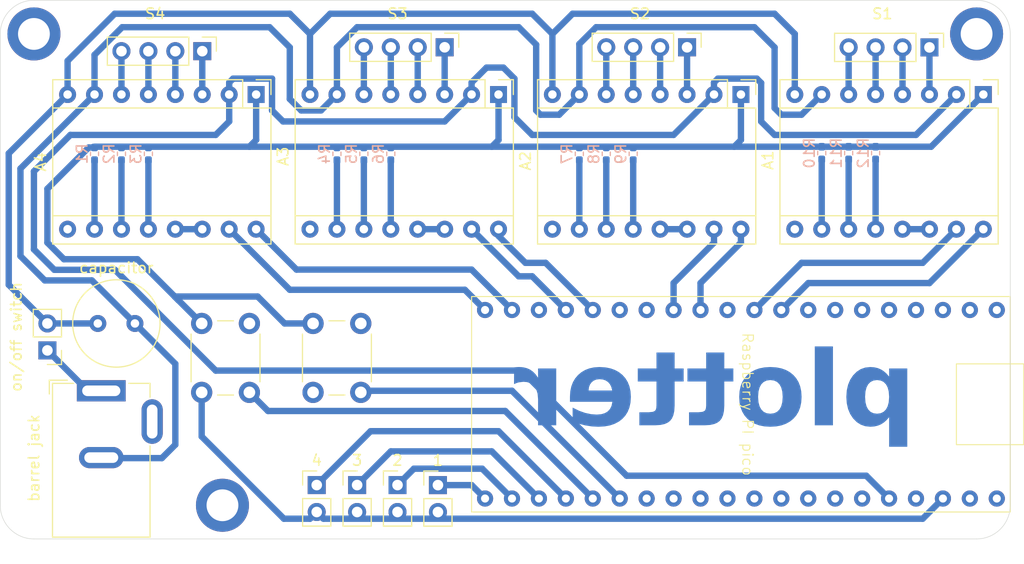
<source format=kicad_pcb>
(kicad_pcb (version 20240108) (generator "pcbnew") (generator_version "8.0")
  (layers (0 "F.Cu" signal) (31 "B.Cu" signal) (34 "B.Paste" user) (35 "F.Paste" user) (36 "B.SilkS" user "B.Silkscreen") (37 "F.SilkS" user "F.Silkscreen") (38 "B.Mask" user) (39 "F.Mask" user) (44 "Edge.Cuts" user))
  (net 0 "")
  (net 1 "Net-(A1-STEP)")
  (net 2 "Net-(A1-GND-Pad7)")
  (net 3 "Net-(A1-MS1)")
  (net 4 "Net-(J10-Pin_2)")
  (net 5 "Net-(A1-~{RESET})")
  (net 6 "Net-(A1-1A)")
  (net 7 "Net-(A1-2A)")
  (net 8 "Net-(A1-2B)")
  (net 9 "Net-(A1-MS3)")
  (net 10 "Net-(A1-1B)")
  (net 11 "Net-(A1-MS2)")
  (net 13 "Net-(A1-VDD)")
  (net 14 "Net-(A1-VMOT)")
  (net 15 "Net-(A1-DIR)")
  (net 16 "Net-(A2-MS3)")
  (net 17 "Net-(A2-1A)")
  (net 18 "Net-(A2-2B)")
  (net 19 "Net-(A2-MS2)")
  (net 20 "Net-(A2-STEP)")
  (net 21 "Net-(A2-MS1)")
  (net 22 "Net-(A2-~{RESET})")
  (net 23 "Net-(A2-DIR)")
  (net 24 "Net-(A2-1B)")
  (net 26 "Net-(A2-2A)")
  (net 27 "Net-(A3-1B)")
  (net 28 "Net-(A3-2B)")
  (net 29 "Net-(A3-2A)")
  (net 30 "Net-(A3-MS3)")
  (net 31 "Net-(A3-~{RESET})")
  (net 32 "Net-(A3-DIR)")
  (net 34 "Net-(A3-1A)")
  (net 35 "Net-(A3-STEP)")
  (net 36 "Net-(A3-MS2)")
  (net 37 "Net-(A3-MS1)")
  (net 38 "Net-(A4-~{RESET})")
  (net 39 "Net-(A4-MS2)")
  (net 40 "Net-(A4-MS1)")
  (net 41 "Net-(A4-2A)")
  (net 43 "Net-(A4-1A)")
  (net 44 "Net-(A4-2B)")
  (net 45 "Net-(A4-1B)")
  (net 46 "Net-(A4-DIR)")
  (net 47 "Net-(A4-MS3)")
  (net 48 "Net-(A4-STEP)")
  (net 49 "Net-(J2-Pin_1)")
  (net 50 "Net-(J7-Pin_1)")
  (net 51 "Net-(J8-Pin_1)")
  (net 52 "Net-(J9-Pin_1)")
  (net 53 "Net-(J10-Pin_1)")
  (net 54 "Net-(U1-22)")
  (net 56 "Net-(U1-23)")
  (footprint "Connector_PinHeader_2.54mm:PinHeader_1x02_P2.54mm_Vertical" (layer "F.Cu") (at 88.9 118.11 180)
    (property "Reference" "on/off switch" (at 2.94 1.27 90) (layer "F.SilkS"))
    (property "Value" "Conn_01x02_Socket" (hide yes))
    (pad "1" thru_hole rect (at 0 0 180) (size 1.7 1.7) (drill 1) (layers "*.Cu" "*.Mask") (net 49 "Net-(J2-Pin_1)"))
    (pad "2" thru_hole oval (at 0 2.54 180) (size 1.7 1.7) (drill 1) (layers "*.Cu" "*.Mask") (net 14 "Net-(A1-VMOT)"))
  )
  (footprint "Connector_PinHeader_2.54mm:PinHeader_1x04_P2.54mm_Vertical" (layer "F.Cu") (at 149.225 89.525 -90)
    (property "Reference" "S2" (at -3.165 4.445 180) (layer "F.SilkS"))
    (property "Value" "Conn_01x04_Socket" (hide yes))
    (pad "1" thru_hole rect (at 0 0 270) (size 1.7 1.7) (drill 1) (layers "*.Cu" "*.Mask") (net 24 "Net-(A2-1B)"))
    (pad "2" thru_hole oval (at 0 2.54 270) (size 1.7 1.7) (drill 1) (layers "*.Cu" "*.Mask") (net 17 "Net-(A2-1A)"))
    (pad "3" thru_hole oval (at 0 5.08 270) (size 1.7 1.7) (drill 1) (layers "*.Cu" "*.Mask") (net 26 "Net-(A2-2A)"))
    (pad "4" thru_hole oval (at 0 7.62 270) (size 1.7 1.7) (drill 1) (layers "*.Cu" "*.Mask") (net 18 "Net-(A2-2B)"))
  )
  (footprint "Button_Switch_THT:SW_PUSH_6mm" (layer "F.Cu") (at 118.455 115.57 -90)
    (property "Reference" "SW2" (hide yes))
    (property "Value" "SW_Push" (hide yes))
    (pad "1" thru_hole circle (at 0 0) (size 2 2) (drill 1.1) (layers "*.Cu" "*.Mask") (net 56 "Net-(U1-23)"))
    (pad "1" thru_hole circle (at 6.5 0) (size 2 2) (drill 1.1) (layers "*.Cu" "*.Mask") (net 56 "Net-(U1-23)"))
    (pad "2" thru_hole circle (at 0 4.5) (size 2 2) (drill 1.1) (layers "*.Cu" "*.Mask") (net 4 "Net-(J10-Pin_2)"))
    (pad "2" thru_hole circle (at 6.5 4.5) (size 2 2) (drill 1.1) (layers "*.Cu" "*.Mask") (net 4 "Net-(J10-Pin_2)"))
  )
  (footprint "Connector_PinHeader_2.54mm:PinHeader_1x04_P2.54mm_Vertical" (layer "F.Cu") (at 103.505 89.89 -90)
    (property "Reference" "S4" (at -3.53 4.445 180) (layer "F.SilkS"))
    (property "Value" "Conn_01x04_Socket" (hide yes))
    (pad "1" thru_hole rect (at 0 0 270) (size 1.7 1.7) (drill 1) (layers "*.Cu" "*.Mask") (net 45 "Net-(A4-1B)"))
    (pad "2" thru_hole oval (at 0 2.54 270) (size 1.7 1.7) (drill 1) (layers "*.Cu" "*.Mask") (net 43 "Net-(A4-1A)"))
    (pad "3" thru_hole oval (at 0 5.08 270) (size 1.7 1.7) (drill 1) (layers "*.Cu" "*.Mask") (net 41 "Net-(A4-2A)"))
    (pad "4" thru_hole oval (at 0 7.62 270) (size 1.7 1.7) (drill 1) (layers "*.Cu" "*.Mask") (net 44 "Net-(A4-2B)"))
  )
  (footprint "Module:Pololu_Breakout-16_15.2x20.3mm" (layer "F.Cu") (at 177.165 93.98 -90)
    (property "Reference" "A1" (at 6.195 20.32 90) (layer "F.SilkS"))
    (property "Value" "Pololu_Breakout_A4988")
    (pad "1" thru_hole rect (at 0 0 270) (size 1.6 1.6) (drill 0.8) (layers "*.Cu" "*.Mask") (net 4 "Net-(J10-Pin_2)"))
    (pad "2" thru_hole oval (at 0 2.54 270) (size 1.6 1.6) (drill 0.8) (layers "*.Cu" "*.Mask") (net 13 "Net-(A1-VDD)"))
    (pad "3" thru_hole oval (at 0 5.08 270) (size 1.6 1.6) (drill 0.8) (layers "*.Cu" "*.Mask") (net 10 "Net-(A1-1B)"))
    (pad "4" thru_hole oval (at 0 7.62 270) (size 1.6 1.6) (drill 0.8) (layers "*.Cu" "*.Mask") (net 6 "Net-(A1-1A)"))
    (pad "5" thru_hole oval (at 0 10.16 270) (size 1.6 1.6) (drill 0.8) (layers "*.Cu" "*.Mask") (net 7 "Net-(A1-2A)"))
    (pad "6" thru_hole oval (at 0 12.7 270) (size 1.6 1.6) (drill 0.8) (layers "*.Cu" "*.Mask") (net 8 "Net-(A1-2B)"))
    (pad "7" thru_hole oval (at 0 15.24 270) (size 1.6 1.6) (drill 0.8) (layers "*.Cu" "*.Mask") (net 2 "Net-(A1-GND-Pad7)"))
    (pad "8" thru_hole oval (at 0 17.78 270) (size 1.6 1.6) (drill 0.8) (layers "*.Cu" "*.Mask") (net 14 "Net-(A1-VMOT)"))
    (pad "9" thru_hole oval (at 12.7 17.78 270) (size 1.6 1.6) (drill 0.8) (layers "*.Cu" "*.Mask"))
    (pad "10" thru_hole oval (at 12.7 15.24 270) (size 1.6 1.6) (drill 0.8) (layers "*.Cu" "*.Mask") (net 3 "Net-(A1-MS1)"))
    (pad "11" thru_hole oval (at 12.7 12.7 270) (size 1.6 1.6) (drill 0.8) (layers "*.Cu" "*.Mask") (net 11 "Net-(A1-MS2)"))
    (pad "12" thru_hole oval (at 12.7 10.16 270) (size 1.6 1.6) (drill 0.8) (layers "*.Cu" "*.Mask") (net 9 "Net-(A1-MS3)"))
    (pad "13" thru_hole oval (at 12.7 7.62 270) (size 1.6 1.6) (drill 0.8) (layers "*.Cu" "*.Mask") (net 5 "Net-(A1-~{RESET})"))
    (pad "14" thru_hole oval (at 12.7 5.08 270) (size 1.6 1.6) (drill 0.8) (layers "*.Cu" "*.Mask") (net 5 "Net-(A1-~{RESET})"))
    (pad "15" thru_hole oval (at 12.7 2.54 270) (size 1.6 1.6) (drill 0.8) (layers "*.Cu" "*.Mask") (net 1 "Net-(A1-STEP)"))
    (pad "16" thru_hole oval (at 12.7 0 270) (size 1.6 1.6) (drill 0.8) (layers "*.Cu" "*.Mask") (net 15 "Net-(A1-DIR)"))
  )
  (footprint "Capacitor_THT:C_Radial_D8.0mm_H7.0mm_P3.50mm" (layer "F.Cu") (at 93.655 115.57)
    (property "Reference" "capacitor" (at 1.75 -5.25 0) (layer "F.SilkS"))
    (property "Value" "C")
    (pad "1" thru_hole circle (at 0 0) (size 1.6 1.6) (drill 0.8) (layers "*.Cu" "*.Mask") (net 14 "Net-(A1-VMOT)"))
    (pad "2" thru_hole circle (at 3.5 0) (size 1.6 1.6) (drill 0.8) (layers "*.Cu" "*.Mask") (net 2 "Net-(A1-GND-Pad7)"))
  )
  (footprint "Connector_BarrelJack:BarrelJack_GCT_DCJ200-10-A_Horizontal" (layer "F.Cu") (at 93.98 121.92)
    (property "Reference" "barrel jack" (at -6.35 6.35 90) (layer "F.SilkS"))
    (property "Value" "Barrel_Jack_MountingPin")
    (pad "1" thru_hole rect (at 0 0) (size 4.6 2) (drill oval 3.6 1) (layers "*.Cu" "*.Mask") (net 49 "Net-(J2-Pin_1)"))
    (pad "2" thru_hole oval (at 0 6.3) (size 4.2 2) (drill oval 3.2 1) (layers "*.Cu" "*.Mask") (net 2 "Net-(A1-GND-Pad7)"))
    (pad "3" thru_hole oval (at 4.8 2.9) (size 2 4.2) (drill oval 1 3.2) (layers "*.Cu" "*.Mask"))
  )
  (footprint "Module:Pololu_Breakout-16_15.2x20.3mm" (layer "F.Cu") (at 131.445 93.98 -90)
    (property "Reference" "A3" (at 5.83 20.32 90) (layer "F.SilkS"))
    (property "Value" "Pololu_Breakout_A4988")
    (pad "1" thru_hole rect (at 0 0 270) (size 1.6 1.6) (drill 0.8) (layers "*.Cu" "*.Mask") (net 4 "Net-(J10-Pin_2)"))
    (pad "2" thru_hole oval (at 0 2.54 270) (size 1.6 1.6) (drill 0.8) (layers "*.Cu" "*.Mask") (net 13 "Net-(A1-VDD)"))
    (pad "3" thru_hole oval (at 0 5.08 270) (size 1.6 1.6) (drill 0.8) (layers "*.Cu" "*.Mask") (net 27 "Net-(A3-1B)"))
    (pad "4" thru_hole oval (at 0 7.62 270) (size 1.6 1.6) (drill 0.8) (layers "*.Cu" "*.Mask") (net 34 "Net-(A3-1A)"))
    (pad "5" thru_hole oval (at 0 10.16 270) (size 1.6 1.6) (drill 0.8) (layers "*.Cu" "*.Mask") (net 29 "Net-(A3-2A)"))
    (pad "6" thru_hole oval (at 0 12.7 270) (size 1.6 1.6) (drill 0.8) (layers "*.Cu" "*.Mask") (net 28 "Net-(A3-2B)"))
    (pad "7" thru_hole oval (at 0 15.24 270) (size 1.6 1.6) (drill 0.8) (layers "*.Cu" "*.Mask") (net 2 "Net-(A1-GND-Pad7)"))
    (pad "8" thru_hole oval (at 0 17.78 270) (size 1.6 1.6) (drill 0.8) (layers "*.Cu" "*.Mask") (net 14 "Net-(A1-VMOT)"))
    (pad "9" thru_hole oval (at 12.7 17.78 270) (size 1.6 1.6) (drill 0.8) (layers "*.Cu" "*.Mask"))
    (pad "10" thru_hole oval (at 12.7 15.24 270) (size 1.6 1.6) (drill 0.8) (layers "*.Cu" "*.Mask") (net 37 "Net-(A3-MS1)"))
    (pad "11" thru_hole oval (at 12.7 12.7 270) (size 1.6 1.6) (drill 0.8) (layers "*.Cu" "*.Mask") (net 36 "Net-(A3-MS2)"))
    (pad "12" thru_hole oval (at 12.7 10.16 270) (size 1.6 1.6) (drill 0.8) (layers "*.Cu" "*.Mask") (net 30 "Net-(A3-MS3)"))
    (pad "13" thru_hole oval (at 12.7 7.62 270) (size 1.6 1.6) (drill 0.8) (layers "*.Cu" "*.Mask") (net 31 "Net-(A3-~{RESET})"))
    (pad "14" thru_hole oval (at 12.7 5.08 270) (size 1.6 1.6) (drill 0.8) (layers "*.Cu" "*.Mask") (net 31 "Net-(A3-~{RESET})"))
    (pad "15" thru_hole oval (at 12.7 2.54 270) (size 1.6 1.6) (drill 0.8) (layers "*.Cu" "*.Mask") (net 35 "Net-(A3-STEP)"))
    (pad "16" thru_hole oval (at 12.7 0 270) (size 1.6 1.6) (drill 0.8) (layers "*.Cu" "*.Mask") (net 32 "Net-(A3-DIR)"))
  )
  (footprint "Button_Switch_THT:SW_PUSH_6mm" (layer "F.Cu") (at 107.95 115.57 -90)
    (property "Reference" "SW1" (hide yes))
    (property "Value" "SW_Push" (hide yes))
    (pad "1" thru_hole circle (at 0 0) (size 2 2) (drill 1.1) (layers "*.Cu" "*.Mask") (net 54 "Net-(U1-22)"))
    (pad "1" thru_hole circle (at 6.5 0) (size 2 2) (drill 1.1) (layers "*.Cu" "*.Mask") (net 54 "Net-(U1-22)"))
    (pad "2" thru_hole circle (at 0 4.5) (size 2 2) (drill 1.1) (layers "*.Cu" "*.Mask") (net 4 "Net-(J10-Pin_2)"))
    (pad "2" thru_hole circle (at 6.5 4.5) (size 2 2) (drill 1.1) (layers "*.Cu" "*.Mask") (net 4 "Net-(J10-Pin_2)"))
  )
  (footprint "Module:Pololu_Breakout-16_15.2x20.3mm" (layer "F.Cu") (at 154.305 93.98 -90)
    (property "Reference" "A2" (at 6.255 20.32 90) (layer "F.SilkS"))
    (property "Value" "Pololu_Breakout_A4988")
    (pad "1" thru_hole rect (at 0 0 270) (size 1.6 1.6) (drill 0.8) (layers "*.Cu" "*.Mask") (net 4 "Net-(J10-Pin_2)"))
    (pad "2" thru_hole oval (at 0 2.54 270) (size 1.6 1.6) (drill 0.8) (layers "*.Cu" "*.Mask") (net 13 "Net-(A1-VDD)"))
    (pad "3" thru_hole oval (at 0 5.08 270) (size 1.6 1.6) (drill 0.8) (layers "*.Cu" "*.Mask") (net 24 "Net-(A2-1B)"))
    (pad "4" thru_hole oval (at 0 7.62 270) (size 1.6 1.6) (drill 0.8) (layers "*.Cu" "*.Mask") (net 17 "Net-(A2-1A)"))
    (pad "5" thru_hole oval (at 0 10.16 270) (size 1.6 1.6) (drill 0.8) (layers "*.Cu" "*.Mask") (net 26 "Net-(A2-2A)"))
    (pad "6" thru_hole oval (at 0 12.7 270) (size 1.6 1.6) (drill 0.8) (layers "*.Cu" "*.Mask") (net 18 "Net-(A2-2B)"))
    (pad "7" thru_hole oval (at 0 15.24 270) (size 1.6 1.6) (drill 0.8) (layers "*.Cu" "*.Mask") (net 2 "Net-(A1-GND-Pad7)"))
    (pad "8" thru_hole oval (at 0 17.78 270) (size 1.6 1.6) (drill 0.8) (layers "*.Cu" "*.Mask") (net 14 "Net-(A1-VMOT)"))
    (pad "9" thru_hole oval (at 12.7 17.78 270) (size 1.6 1.6) (drill 0.8) (layers "*.Cu" "*.Mask"))
    (pad "10" thru_hole oval (at 12.7 15.24 270) (size 1.6 1.6) (drill 0.8) (layers "*.Cu" "*.Mask") (net 21 "Net-(A2-MS1)"))
    (pad "11" thru_hole oval (at 12.7 12.7 270) (size 1.6 1.6) (drill 0.8) (layers "*.Cu" "*.Mask") (net 19 "Net-(A2-MS2)"))
    (pad "12" thru_hole oval (at 12.7 10.16 270) (size 1.6 1.6) (drill 0.8) (layers "*.Cu" "*.Mask") (net 16 "Net-(A2-MS3)"))
    (pad "13" thru_hole oval (at 12.7 7.62 270) (size 1.6 1.6) (drill 0.8) (layers "*.Cu" "*.Mask") (net 22 "Net-(A2-~{RESET})"))
    (pad "14" thru_hole oval (at 12.7 5.08 270) (size 1.6 1.6) (drill 0.8) (layers "*.Cu" "*.Mask") (net 22 "Net-(A2-~{RESET})"))
    (pad "15" thru_hole oval (at 12.7 2.54 270) (size 1.6 1.6) (drill 0.8) (layers "*.Cu" "*.Mask") (net 20 "Net-(A2-STEP)"))
    (pad "16" thru_hole oval (at 12.7 0 270) (size 1.6 1.6) (drill 0.8) (layers "*.Cu" "*.Mask") (net 23 "Net-(A2-DIR)"))
  )
  (footprint "Connector_PinHeader_2.54mm:PinHeader_1x04_P2.54mm_Vertical" (layer "F.Cu") (at 126.365 89.525 -90)
    (property "Reference" "S3" (at -3.165 4.445 180) (layer "F.SilkS"))
    (property "Value" "Conn_01x04_Socket" (hide yes))
    (pad "1" thru_hole rect (at 0 0 270) (size 1.7 1.7) (drill 1) (layers "*.Cu" "*.Mask") (net 27 "Net-(A3-1B)"))
    (pad "2" thru_hole oval (at 0 2.54 270) (size 1.7 1.7) (drill 1) (layers "*.Cu" "*.Mask") (net 34 "Net-(A3-1A)"))
    (pad "3" thru_hole oval (at 0 5.08 270) (size 1.7 1.7) (drill 1) (layers "*.Cu" "*.Mask") (net 29 "Net-(A3-2A)"))
    (pad "4" thru_hole oval (at 0 7.62 270) (size 1.7 1.7) (drill 1) (layers "*.Cu" "*.Mask") (net 28 "Net-(A3-2B)"))
  )
  (footprint "Connector_PinHeader_2.54mm:PinHeader_1x02_P2.54mm_Vertical" (layer "F.Cu") (at 118.11 130.81)
    (property "Reference" "3" (at 0 -2.33 0) (layer "F.SilkS"))
    (property "Value" "Conn_01x02_Socket" (hide yes))
    (pad "1" thru_hole rect (at 0 0) (size 1.7 1.7) (drill 1) (layers "*.Cu" "*.Mask") (net 51 "Net-(J8-Pin_1)"))
    (pad "2" thru_hole oval (at 0 2.54) (size 1.7 1.7) (drill 1) (layers "*.Cu" "*.Mask") (net 4 "Net-(J10-Pin_2)"))
  )
  (footprint "Connector_PinHeader_2.54mm:PinHeader_1x02_P2.54mm_Vertical" (layer "F.Cu") (at 114.3 130.81)
    (property "Reference" "4" (at 0 -2.33 0) (layer "F.SilkS"))
    (property "Value" "Conn_01x02_Socket" (hide yes))
    (pad "1" thru_hole rect (at 0 0) (size 1.7 1.7) (drill 1) (layers "*.Cu" "*.Mask") (net 50 "Net-(J7-Pin_1)"))
    (pad "2" thru_hole oval (at 0 2.54) (size 1.7 1.7) (drill 1) (layers "*.Cu" "*.Mask") (net 4 "Net-(J10-Pin_2)"))
  )
  (footprint "Connector_PinHeader_2.54mm:PinHeader_1x02_P2.54mm_Vertical" (layer "F.Cu") (at 125.73 130.815)
    (property "Reference" "1" (at 0 -2.33 0) (layer "F.SilkS"))
    (property "Value" "Conn_01x02_Socket" (hide yes))
    (pad "1" thru_hole rect (at 0 0) (size 1.7 1.7) (drill 1) (layers "*.Cu" "*.Mask") (net 53 "Net-(J10-Pin_1)"))
    (pad "2" thru_hole oval (at 0 2.54) (size 1.7 1.7) (drill 1) (layers "*.Cu" "*.Mask") (net 4 "Net-(J10-Pin_2)"))
  )
  (footprint "myCustomFootprints:myRaspbrerryPiPicoNoTailPins" (layer "F.Cu") (at 154.305 123.19 -90)
    (property "Reference" "Raspberry PI pico" (at 0 -0.635 -90) (layer "F.SilkS") (effects (font (thickness 0.1))))
    (property "Value" "~" (hide yes))
    (pad "0" thru_hole circle (at -8.89 -24.13 270) (size 1.524 1.524) (drill 0.762) (layers "*.Cu" "*.Mask"))
    (pad "1" thru_hole circle (at -8.89 -21.59 270) (size 1.524 1.524) (drill 0.762) (layers "*.Cu" "*.Mask"))
    (pad "2" thru_hole circle (at -8.89 -19.05 270) (size 1.524 1.524) (drill 0.762) (layers "*.Cu" "*.Mask"))
    (pad "3" thru_hole circle (at -8.89 -16.51 270) (size 1.524 1.524) (drill 0.762) (layers "*.Cu" "*.Mask"))
    (pad "4" thru_hole circle (at -8.89 -13.97 270) (size 1.524 1.524) (drill 0.762) (layers "*.Cu" "*.Mask"))
    (pad "5" thru_hole circle (at -8.89 -11.43 270) (size 1.524 1.524) (drill 0.762) (layers "*.Cu" "*.Mask"))
    (pad "6" thru_hole circle (at -8.89 -8.89 270) (size 1.524 1.524) (drill 0.762) (layers "*.Cu" "*.Mask"))
    (pad "7" thru_hole circle (at -8.89 -6.35 270) (size 1.524 1.524) (drill 0.762) (layers "*.Cu" "*.Mask"))
    (pad "8" thru_hole circle (at -8.89 -3.81 270) (size 1.524 1.524) (drill 0.762) (layers "*.Cu" "*.Mask") (net 15 "Net-(A1-DIR)"))
    (pad "9" thru_hole circle (at -8.89 -1.27 270) (size 1.524 1.524) (drill 0.762) (layers "*.Cu" "*.Mask") (net 1 "Net-(A1-STEP)"))
    (pad "10" thru_hole circle (at -8.89 1.27 270) (size 1.524 1.524) (drill 0.762) (layers "*.Cu" "*.Mask"))
    (pad "11" thru_hole circle (at -8.89 3.81 270) (size 1.524 1.524) (drill 0.762) (layers "*.Cu" "*.Mask") (net 23 "Net-(A2-DIR)"))
    (pad "12" thru_hole circle (at -8.89 6.35 270) (size 1.524 1.524) (drill 0.762) (layers "*.Cu" "*.Mask") (net 20 "Net-(A2-STEP)"))
    (pad "13" thru_hole circle (at -8.89 8.89 270) (size 1.524 1.524) (drill 0.762) (layers "*.Cu" "*.Mask"))
    (pad "14" thru_hole circle (at -8.89 11.43 270) (size 1.524 1.524) (drill 0.762) (layers "*.Cu" "*.Mask"))
    (pad "15" thru_hole circle (at -8.89 13.97 270) (size 1.524 1.524) (drill 0.762) (layers "*.Cu" "*.Mask") (net 32 "Net-(A3-DIR)"))
    (pad "16" thru_hole circle (at -8.89 16.51 270) (size 1.524 1.524) (drill 0.762) (layers "*.Cu" "*.Mask") (net 35 "Net-(A3-STEP)"))
    (pad "17" thru_hole circle (at -8.89 19.05 270) (size 1.524 1.524) (drill 0.762) (layers "*.Cu" "*.Mask"))
    (pad "18" thru_hole circle (at -8.89 21.59 270) (size 1.524 1.524) (drill 0.762) (layers "*.Cu" "*.Mask") (net 46 "Net-(A4-DIR)"))
    (pad "19" thru_hole circle (at -8.89 24.13 270) (size 1.524 1.524) (drill 0.762) (layers "*.Cu" "*.Mask") (net 48 "Net-(A4-STEP)"))
    (pad "20" thru_hole circle (at 8.89 -24.13 270) (size 1.524 1.524) (drill 0.762) (layers "*.Cu" "*.Mask"))
    (pad "21" thru_hole circle (at 8.89 -21.59 270) (size 1.524 1.524) (drill 0.762) (layers "*.Cu" "*.Mask"))
    (pad "22" thru_hole circle (at 8.89 -19.05 270) (size 1.524 1.524) (drill 0.762) (layers "*.Cu" "*.Mask") (net 4 "Net-(J10-Pin_2)"))
    (pad "23" thru_hole circle (at 8.89 -16.51 270) (size 1.524 1.524) (drill 0.762) (layers "*.Cu" "*.Mask"))
    (pad "24" thru_hole circle (at 8.89 -13.97 270) (size 1.524 1.524) (drill 0.762) (layers "*.Cu" "*.Mask") (net 13 "Net-(A1-VDD)"))
    (pad "25" thru_hole circle (at 8.89 -11.43 270) (size 1.524 1.524) (drill 0.762) (layers "*.Cu" "*.Mask"))
    (pad "26" thru_hole circle (at 8.89 -8.89 270) (size 1.524 1.524) (drill 0.762) (layers "*.Cu" "*.Mask"))
    (pad "27" thru_hole circle (at 8.89 -6.35 270) (size 1.524 1.524) (drill 0.762) (layers "*.Cu" "*.Mask"))
    (pad "28" thru_hole circle (at 8.89 -3.81 270) (size 1.524 1.524) (drill 0.762) (layers "*.Cu" "*.Mask"))
    (pad "29" thru_hole circle (at 8.89 -1.27 270) (size 1.524 1.524) (drill 0.762) (layers "*.Cu" "*.Mask"))
    (pad "30" thru_hole circle (at 8.89 1.27 270) (size 1.524 1.524) (drill 0.762) (layers "*.Cu" "*.Mask"))
    (pad "31" thru_hole circle (at 8.89 3.81 270) (size 1.524 1.524) (drill 0.762) (layers "*.Cu" "*.Mask"))
    (pad "32" thru_hole circle (at 8.89 6.35 270) (size 1.524 1.524) (drill 0.762) (layers "*.Cu" "*.Mask"))
    (pad "33" thru_hole circle (at 8.89 8.89 270) (size 1.524 1.524) (drill 0.762) (layers "*.Cu" "*.Mask"))
    (pad "34" thru_hole circle (at 8.89 11.43 270) (size 1.524 1.524) (drill 0.762) (layers "*.Cu" "*.Mask") (net 56 "Net-(U1-23)"))
    (pad "35" thru_hole circle (at 8.89 13.97 270) (size 1.524 1.524) (drill 0.762) (layers "*.Cu" "*.Mask") (net 54 "Net-(U1-22)"))
    (pad "36" thru_hole circle (at 8.89 16.51 270) (size 1.524 1.524) (drill 0.762) (layers "*.Cu" "*.Mask") (net 50 "Net-(J7-Pin_1)"))
    (pad "37" thru_hole circle (at 8.89 19.05 270) (size 1.524 1.524) (drill 0.762) (layers "*.Cu" "*.Mask") (net 51 "Net-(J8-Pin_1)"))
    (pad "38" thru_hole circle (at 8.89 21.59 270) (size 1.524 1.524) (drill 0.762) (layers "*.Cu" "*.Mask") (net 52 "Net-(J9-Pin_1)"))
    (pad "39" thru_hole circle (at 8.89 24.13 270) (size 1.524 1.524) (drill 0.762) (layers "*.Cu" "*.Mask") (net 53 "Net-(J10-Pin_1)"))
  )
  (footprint "Connector_PinHeader_2.54mm:PinHeader_1x04_P2.54mm_Vertical" (layer "F.Cu") (at 172.085 89.535 -90)
    (property "Reference" "S1" (at -3.175 4.445 180) (layer "F.SilkS"))
    (property "Value" "Conn_01x04_Socket" (hide yes))
    (pad "1" thru_hole rect (at 0 0 270) (size 1.7 1.7) (drill 1) (layers "*.Cu" "*.Mask") (net 10 "Net-(A1-1B)"))
    (pad "2" thru_hole oval (at 0 2.54 270) (size 1.7 1.7) (drill 1) (layers "*.Cu" "*.Mask") (net 6 "Net-(A1-1A)"))
    (pad "3" thru_hole oval (at 0 5.08 270) (size 1.7 1.7) (drill 1) (layers "*.Cu" "*.Mask") (net 7 "Net-(A1-2A)"))
    (pad "4" thru_hole oval (at 0 7.62 270) (size 1.7 1.7) (drill 1) (layers "*.Cu" "*.Mask") (net 8 "Net-(A1-2B)"))
  )
  (footprint "Module:Pololu_Breakout-16_15.2x20.3mm" (layer "F.Cu") (at 108.585 93.98 -90)
    (property "Reference" "A4" (at 6.35 20.32 90) (layer "F.SilkS"))
    (property "Value" "Pololu_Breakout_A4988")
    (pad "1" thru_hole rect (at 0 0 270) (size 1.6 1.6) (drill 0.8) (layers "*.Cu" "*.Mask") (net 4 "Net-(J10-Pin_2)"))
    (pad "2" thru_hole oval (at 0 2.54 270) (size 1.6 1.6) (drill 0.8) (layers "*.Cu" "*.Mask") (net 13 "Net-(A1-VDD)"))
    (pad "3" thru_hole oval (at 0 5.08 270) (size 1.6 1.6) (drill 0.8) (layers "*.Cu" "*.Mask") (net 45 "Net-(A4-1B)"))
    (pad "4" thru_hole oval (at 0 7.62 270) (size 1.6 1.6) (drill 0.8) (layers "*.Cu" "*.Mask") (net 43 "Net-(A4-1A)"))
    (pad "5" thru_hole oval (at 0 10.16 270) (size 1.6 1.6) (drill 0.8) (layers "*.Cu" "*.Mask") (net 41 "Net-(A4-2A)"))
    (pad "6" thru_hole oval (at 0 12.7 270) (size 1.6 1.6) (drill 0.8) (layers "*.Cu" "*.Mask") (net 44 "Net-(A4-2B)"))
    (pad "7" thru_hole oval (at 0 15.24 270) (size 1.6 1.6) (drill 0.8) (layers "*.Cu" "*.Mask") (net 2 "Net-(A1-GND-Pad7)"))
    (pad "8" thru_hole oval (at 0 17.78 270) (size 1.6 1.6) (drill 0.8) (layers "*.Cu" "*.Mask") (net 14 "Net-(A1-VMOT)"))
    (pad "9" thru_hole oval (at 12.7 17.78 270) (size 1.6 1.6) (drill 0.8) (layers "*.Cu" "*.Mask"))
    (pad "10" thru_hole oval (at 12.7 15.24 270) (size 1.6 1.6) (drill 0.8) (layers "*.Cu" "*.Mask") (net 40 "Net-(A4-MS1)"))
    (pad "11" thru_hole oval (at 12.7 12.7 270) (size 1.6 1.6) (drill 0.8) (layers "*.Cu" "*.Mask") (net 39 "Net-(A4-MS2)"))
    (pad "12" thru_hole oval (at 12.7 10.16 270) (size 1.6 1.6) (drill 0.8) (layers "*.Cu" "*.Mask") (net 47 "Net-(A4-MS3)"))
    (pad "13" thru_hole oval (at 12.7 7.62 270) (size 1.6 1.6) (drill 0.8) (layers "*.Cu" "*.Mask") (net 38 "Net-(A4-~{RESET})"))
    (pad "14" thru_hole oval (at 12.7 5.08 270) (size 1.6 1.6) (drill 0.8) (layers "*.Cu" "*.Mask") (net 38 "Net-(A4-~{RESET})"))
    (pad "15" thru_hole oval (at 12.7 2.54 270) (size 1.6 1.6) (drill 0.8) (layers "*.Cu" "*.Mask") (net 48 "Net-(A4-STEP)"))
    (pad "16" thru_hole oval (at 12.7 0 270) (size 1.6 1.6) (drill 0.8) (layers "*.Cu" "*.Mask") (net 46 "Net-(A4-DIR)"))
  )
  (footprint "Connector_PinHeader_2.54mm:PinHeader_1x02_P2.54mm_Vertical" (layer "F.Cu") (at 121.92 130.81)
    (property "Reference" "2" (at 0 -2.33 0) (layer "F.SilkS"))
    (property "Value" "Conn_01x02_Socket" (hide yes))
    (pad "1" thru_hole rect (at 0 0) (size 1.7 1.7) (drill 1) (layers "*.Cu" "*.Mask") (net 52 "Net-(J9-Pin_1)"))
    (pad "2" thru_hole oval (at 0 2.54) (size 1.7 1.7) (drill 1) (layers "*.Cu" "*.Mask") (net 4 "Net-(J10-Pin_2)"))
  )
  (footprint "Resistor_SMD:R_0402_1005Metric_Pad0.72x0.64mm_HandSolder" (layer "B.Cu") (at 167.005 99.5 -90)
    (property "Reference" "R12" (at 0 1.17 90) (layer "B.SilkS") (effects (justify mirror)))
    (property "Value" "R")
    (pad "1" smd roundrect (at -0.5975 0 270) (size 0.715 0.64) (layers "B.Cu" "B.Paste" "B.Mask") (net 4 "Net-(J10-Pin_2)"))
    (pad "2" smd roundrect (at 0.5975 0 270) (size 0.715 0.64) (layers "B.Cu" "B.Paste" "B.Mask") (net 9 "Net-(A1-MS3)"))
  )
  (footprint "Resistor_SMD:R_0402_1005Metric_Pad0.72x0.64mm_HandSolder" (layer "B.Cu") (at 95.885 99.57 -90)
    (property "Reference" "R2" (at 0 1.17 90) (layer "B.SilkS") (effects (justify mirror)))
    (property "Value" "R")
    (pad "1" smd roundrect (at -0.5975 0 270) (size 0.715 0.64) (layers "B.Cu" "B.Paste" "B.Mask") (net 4 "Net-(J10-Pin_2)"))
    (pad "2" smd roundrect (at 0.5975 0 270) (size 0.715 0.64) (layers "B.Cu" "B.Paste" "B.Mask") (net 39 "Net-(A4-MS2)"))
  )
  (footprint "Resistor_SMD:R_0402_1005Metric_Pad0.72x0.64mm_HandSolder" (layer "B.Cu") (at 144.145 99.57 -90)
    (property "Reference" "R9" (at 0 1.17 90) (layer "B.SilkS") (effects (justify mirror)))
    (property "Value" "R")
    (pad "1" smd roundrect (at -0.5975 0 270) (size 0.715 0.64) (layers "B.Cu" "B.Paste" "B.Mask") (net 4 "Net-(J10-Pin_2)"))
    (pad "2" smd roundrect (at 0.5975 0 270) (size 0.715 0.64) (layers "B.Cu" "B.Paste" "B.Mask") (net 16 "Net-(A2-MS3)"))
  )
  (footprint "Resistor_SMD:R_0402_1005Metric_Pad0.72x0.64mm_HandSolder" (layer "B.Cu") (at 161.925 99.5 -90)
    (property "Reference" "R10" (at 0 1.17 90) (layer "B.SilkS") (effects (justify mirror)))
    (property "Value" "R")
    (pad "1" smd roundrect (at -0.5975 0 270) (size 0.715 0.64) (layers "B.Cu" "B.Paste" "B.Mask") (net 4 "Net-(J10-Pin_2)"))
    (pad "2" smd roundrect (at 0.5975 0 270) (size 0.715 0.64) (layers "B.Cu" "B.Paste" "B.Mask") (net 3 "Net-(A1-MS1)"))
  )
  (footprint "Resistor_SMD:R_0402_1005Metric_Pad0.72x0.64mm_HandSolder" (layer "B.Cu") (at 164.465 99.5 -90)
    (property "Reference" "R11" (at 0 1.17 90) (layer "B.SilkS") (effects (justify mirror)))
    (property "Value" "R")
    (pad "1" smd roundrect (at -0.5975 0 270) (size 0.715 0.64) (layers "B.Cu" "B.Paste" "B.Mask") (net 4 "Net-(J10-Pin_2)"))
    (pad "2" smd roundrect (at 0.5975 0 270) (size 0.715 0.64) (layers "B.Cu" "B.Paste" "B.Mask") (net 11 "Net-(A1-MS2)"))
  )
  (footprint "Resistor_SMD:R_0402_1005Metric_Pad0.72x0.64mm_HandSolder" (layer "B.Cu") (at 139.065 99.57 -90)
    (property "Reference" "R7" (at 0 1.17 90) (layer "B.SilkS") (effects (justify mirror)))
    (property "Value" "R")
    (pad "1" smd roundrect (at -0.5975 0 270) (size 0.715 0.64) (layers "B.Cu" "B.Paste" "B.Mask") (net 4 "Net-(J10-Pin_2)"))
    (pad "2" smd roundrect (at 0.5975 0 270) (size 0.715 0.64) (layers "B.Cu" "B.Paste" "B.Mask") (net 21 "Net-(A2-MS1)"))
  )
  (footprint "Resistor_SMD:R_0402_1005Metric_Pad0.72x0.64mm_HandSolder" (layer "B.Cu") (at 93.345 99.57 -90)
    (property "Reference" "R1" (at 0 1.17 90) (layer "B.SilkS") (effects (justify mirror)))
    (property "Value" "R")
    (pad "1" smd roundrect (at -0.5975 0 270) (size 0.715 0.64) (layers "B.Cu" "B.Paste" "B.Mask") (net 4 "Net-(J10-Pin_2)"))
    (pad "2" smd roundrect (at 0.5975 0 270) (size 0.715 0.64) (layers "B.Cu" "B.Paste" "B.Mask") (net 40 "Net-(A4-MS1)"))
  )
  (footprint "Resistor_SMD:R_0402_1005Metric_Pad0.72x0.64mm_HandSolder" (layer "B.Cu") (at 121.285 99.57 -90)
    (property "Reference" "R6" (at 0 1.17 90) (layer "B.SilkS") (effects (justify mirror)))
    (property "Value" "R")
    (pad "1" smd roundrect (at -0.5975 0 270) (size 0.715 0.64) (layers "B.Cu" "B.Paste" "B.Mask") (net 4 "Net-(J10-Pin_2)"))
    (pad "2" smd roundrect (at 0.5975 0 270) (size 0.715 0.64) (layers "B.Cu" "B.Paste" "B.Mask") (net 30 "Net-(A3-MS3)"))
  )
  (footprint "Resistor_SMD:R_0402_1005Metric_Pad0.72x0.64mm_HandSolder" (layer "B.Cu") (at 116.205 99.57 -90)
    (property "Reference" "R4" (at 0 1.17 90) (layer "B.SilkS") (effects (justify mirror)))
    (property "Value" "R")
    (pad "1" smd roundrect (at -0.5975 0 270) (size 0.715 0.64) (layers "B.Cu" "B.Paste" "B.Mask") (net 4 "Net-(J10-Pin_2)"))
    (pad "2" smd roundrect (at 0.5975 0 270) (size 0.715 0.64) (layers "B.Cu" "B.Paste" "B.Mask") (net 37 "Net-(A3-MS1)"))
  )
  (footprint "Resistor_SMD:R_0402_1005Metric_Pad0.72x0.64mm_HandSolder" (layer "B.Cu") (at 141.605 99.57 -90)
    (property "Reference" "R8" (at 0 1.17 90) (layer "B.SilkS") (effects (justify mirror)))
    (property "Value" "R")
    (pad "1" smd roundrect (at -0.5975 0 270) (size 0.715 0.64) (layers "B.Cu" "B.Paste" "B.Mask") (net 4 "Net-(J10-Pin_2)"))
    (pad "2" smd roundrect (at 0.5975 0 270) (size 0.715 0.64) (layers "B.Cu" "B.Paste" "B.Mask") (net 19 "Net-(A2-MS2)"))
  )
  (footprint "Resistor_SMD:R_0402_1005Metric_Pad0.72x0.64mm_HandSolder" (layer "B.Cu") (at 118.745 99.57 -90)
    (property "Reference" "R5" (at 0 1.17 90) (layer "B.SilkS") (effects (justify mirror)))
    (property "Value" "R")
    (pad "1" smd roundrect (at -0.5975 0 270) (size 0.715 0.64) (layers "B.Cu" "B.Paste" "B.Mask") (net 4 "Net-(J10-Pin_2)"))
    (pad "2" smd roundrect (at 0.5975 0 270) (size 0.715 0.64) (layers "B.Cu" "B.Paste" "B.Mask") (net 36 "Net-(A3-MS2)"))
  )
  (footprint "Resistor_SMD:R_0402_1005Metric_Pad0.72x0.64mm_HandSolder" (layer "B.Cu") (at 98.425 99.57 -90)
    (property "Reference" "R3" (at 0 1.17 90) (layer "B.SilkS") (effects (justify mirror)))
    (property "Value" "R")
    (pad "1" smd roundrect (at -0.5975 0 270) (size 0.715 0.64) (layers "B.Cu" "B.Paste" "B.Mask") (net 4 "Net-(J10-Pin_2)"))
    (pad "2" smd roundrect (at 0.5975 0 270) (size 0.715 0.64) (layers "B.Cu" "B.Paste" "B.Mask") (net 47 "Net-(A4-MS3)"))
  )
  (gr_line (start 84.455 132.715) (end 84.455 88.265) (stroke (width 0.05)) (layer "Edge.Cuts"))
  (gr_arc (start 87.63 135.89) (mid 85.384936 134.960064) (end 84.455 132.715) (stroke (width 0.05)) (layer "Edge.Cuts"))
  (gr_arc (start 176.53 85.09) (mid 178.775064 86.019936) (end 179.705 88.265) (stroke (width 0.05)) (layer "Edge.Cuts"))
  (gr_line (start 179.705 88.265) (end 179.705 132.715) (stroke (width 0.05)) (layer "Edge.Cuts"))
  (gr_line (start 176.53 135.89) (end 87.63 135.89) (stroke (width 0.05)) (layer "Edge.Cuts"))
  (gr_arc (start 179.705 132.715) (mid 178.775064 134.960064) (end 176.53 135.89) (stroke (width 0.05)) (layer "Edge.Cuts"))
  (gr_line (start 87.63 85.09) (end 176.53 85.09) (stroke (width 0.05)) (layer "Edge.Cuts"))
  (gr_arc (start 84.455 88.265) (mid 85.384936 86.019936) (end 87.63 85.09) (stroke (width 0.05)) (layer "Edge.Cuts"))
  (gr_text "plotter" (at 170.815 126.365 0) (layer "B.Cu") (effects (font (size 7 7) (thickness 0.3) (bold yes)) (justify left bottom mirror)))
  (via (at 176.53 88.265) (size 5) (drill 3) (layers "F.Cu" "B.Cu") (net 0))
  (via (at 105.41 132.715) (size 5) (drill 3) (layers "F.Cu" "B.Cu") (net 0))
  (via (at 87.63 88.265) (size 5) (drill 3) (layers "F.Cu" "B.Cu") (net 0))
  (segment (start 160.02 109.855) (end 171.45 109.855) (width 0.6) (layer "B.Cu") (net 1))
  (segment (start 155.575 114.3) (end 160.02 109.855) (width 0.6) (layer "B.Cu") (net 1))
  (segment (start 171.45 109.855) (end 174.625 106.68) (width 0.6) (layer "B.Cu") (net 1))
  (segment (start 88.650786 111.510786) (end 93.095786 111.510786) (width 0.6) (layer "B.Cu") (net 2))
  (segment (start 116.205 93.98) (end 114.705 95.48) (width 0.6) (layer "B.Cu") (net 2))
  (segment (start 86.36 100.965) (end 86.36 109.22) (width 0.6) (layer "B.Cu") (net 2))
  (segment (start 112.83434 95.48) (end 111.76 94.40566) (width 0.6) (layer "B.Cu") (net 2))
  (segment (start 93.98 128.22) (end 94.03 128.27) (width 0.6) (layer "B.Cu") (net 2))
  (segment (start 155.575 87.63) (end 157.48 89.535) (width 0.6) (layer "B.Cu") (net 2))
  (segment (start 135.399214 95.885) (end 134.994214 95.48) (width 0.6) (layer "B.Cu") (net 2))
  (segment (start 134.994214 95.48) (end 134.994214 89.274214) (width 0.6) (layer "B.Cu") (net 2))
  (segment (start 158.115 95.885) (end 160.02 95.885) (width 0.6) (layer "B.Cu") (net 2))
  (segment (start 93.095786 111.510786) (end 97.155 115.57) (width 0.6) (layer "B.Cu") (net 2))
  (segment (start 137.16 95.885) (end 135.399214 95.885) (width 0.6) (layer "B.Cu") (net 2))
  (segment (start 100.965 119.38) (end 97.155 115.57) (width 0.6) (layer "B.Cu") (net 2))
  (segment (start 134.994214 89.274214) (end 133.35 87.63) (width 0.6) (layer "B.Cu") (net 2))
  (segment (start 99.695 128.27) (end 100.965 127) (width 0.6) (layer "B.Cu") (net 2))
  (segment (start 140.6525 87.63) (end 155.575 87.63) (width 0.6) (layer "B.Cu") (net 2))
  (segment (start 94.03 128.27) (end 99.695 128.27) (width 0.6) (layer "B.Cu") (net 2))
  (segment (start 93.345 90.237968) (end 93.345 93.98) (width 0.6) (layer "B.Cu") (net 2))
  (segment (start 100.965 127) (end 100.965 119.38) (width 0.6) (layer "B.Cu") (net 2))
  (segment (start 86.36 109.22) (end 88.650786 111.510786) (width 0.6) (layer "B.Cu") (net 2))
  (segment (start 93.345 93.98) (end 86.36 100.965) (width 0.6) (layer "B.Cu") (net 2))
  (segment (start 133.35 87.63) (end 118.11 87.63) (width 0.6) (layer "B.Cu") (net 2))
  (segment (start 157.48 95.25) (end 158.115 95.885) (width 0.6) (layer "B.Cu") (net 2))
  (segment (start 114.705 95.48) (end 112.83434 95.48) (width 0.6) (layer "B.Cu") (net 2))
  (segment (start 139.065 93.98) (end 137.16 95.885) (width 0.6) (layer "B.Cu") (net 2))
  (segment (start 118.11 87.63) (end 116.205 89.535) (width 0.6) (layer "B.Cu") (net 2))
  (segment (start 157.48 89.535) (end 157.48 95.25) (width 0.6) (layer "B.Cu") (net 2))
  (segment (start 111.76 89.535) (end 109.855 87.63) (width 0.6) (layer "B.Cu") (net 2))
  (segment (start 95.952968 87.63) (end 93.345 90.237968) (width 0.6) (layer "B.Cu") (net 2))
  (segment (start 111.76 94.40566) (end 111.76 89.535) (width 0.6) (layer "B.Cu") (net 2))
  (segment (start 116.205 89.535) (end 116.205 93.98) (width 0.6) (layer "B.Cu") (net 2))
  (segment (start 109.855 87.63) (end 95.952968 87.63) (width 0.6) (layer "B.Cu") (net 2))
  (segment (start 160.02 95.885) (end 161.925 93.98) (width 0.6) (layer "B.Cu") (net 2))
  (segment (start 139.065 93.98) (end 139.065 89.2175) (width 0.6) (layer "B.Cu") (net 2))
  (segment (start 139.065 89.2175) (end 140.6525 87.63) (width 0.6) (layer "B.Cu") (net 2))
  (segment (start 161.925 106.68) (end 161.925 100.0975) (width 0.6) (layer "B.Cu") (net 3))
  (segment (start 108.73 113.03) (end 111.27 115.57) (width 0.6) (layer "B.Cu") (net 4))
  (segment (start 131.445 93.98) (end 131.445 98.2675) (width 0.6) (layer "B.Cu") (net 4))
  (segment (start 154.305 93.98) (end 154.305 98.2675) (width 0.6) (layer "B.Cu") (net 4))
  (segment (start 93.415 98.9025) (end 93.345 98.9725) (width 0.6) (layer "B.Cu") (net 4))
  (segment (start 173.355 132.08) (end 171.45 133.985) (width 0.6) (layer "B.Cu") (net 4))
  (segment (start 108.585 93.98) (end 108.585 98.2675) (width 0.6) (layer "B.Cu") (net 4))
  (segment (start 130.81 98.9025) (end 107.95 98.9025) (width 0.6) (layer "B.Cu") (net 4))
  (segment (start 93.345 98.9725) (end 92.7975 98.9725) (width 0.6) (layer "B.Cu") (net 4))
  (segment (start 103.45 126.229516) (end 103.45 122.07) (width 0.6) (layer "B.Cu") (net 4))
  (segment (start 100.91 113.03) (end 108.73 113.03) (width 0.6) (layer "B.Cu") (net 4))
  (segment (start 107.95 98.9025) (end 93.415 98.9025) (width 0.6) (layer "B.Cu") (net 4))
  (segment (start 114.935 133.985) (end 114.3 133.35) (width 0.6) (layer "B.Cu") (net 4))
  (segment (start 97.390786 109.510786) (end 101.255 113.375) (width 0.6) (layer "B.Cu") (net 4))
  (segment (start 88.9 102.87) (end 88.9 107.95) (width 0.6) (layer "B.Cu") (net 4))
  (segment (start 108.585 98.2675) (end 107.95 98.9025) (width 0.6) (layer "B.Cu") (net 4))
  (segment (start 111.205484 133.985) (end 103.45 126.229516) (width 0.6) (layer "B.Cu") (net 4))
  (segment (start 171.45 133.985) (end 114.935 133.985) (width 0.6) (layer "B.Cu") (net 4))
  (segment (start 177.165 93.98) (end 172.2425 98.9025) (width 0.6) (layer "B.Cu") (net 4))
  (segment (start 113.665 133.985) (end 111.205484 133.985) (width 0.6) (layer "B.Cu") (net 4))
  (segment (start 92.7975 98.9725) (end 88.9 102.87) (width 0.6) (layer "B.Cu") (net 4))
  (segment (start 131.445 98.2675) (end 130.81 98.9025) (width 0.6) (layer "B.Cu") (net 4))
  (segment (start 114.3 133.35) (end 113.665 133.985) (width 0.6) (layer "B.Cu") (net 4))
  (segment (start 154.305 98.2675) (end 153.67 98.9025) (width 0.6) (layer "B.Cu") (net 4))
  (segment (start 88.9 107.95) (end 90.460786 109.510786) (width 0.6) (layer "B.Cu") (net 4))
  (segment (start 101.255 113.375) (end 103.45 115.57) (width 0.6) (layer "B.Cu") (net 4))
  (segment (start 153.67 98.9025) (end 130.81 98.9025) (width 0.6) (layer "B.Cu") (net 4))
  (segment (start 90.460786 109.510786) (end 97.390786 109.510786) (width 0.6) (layer "B.Cu") (net 4))
  (segment (start 167.005 98.9025) (end 153.67 98.9025) (width 0.6) (layer "B.Cu") (net 4))
  (segment (start 111.27 115.57) (end 113.955 115.57) (width 0.6) (layer "B.Cu") (net 4))
  (segment (start 172.2425 98.9025) (end 167.005 98.9025) (width 0.6) (layer "B.Cu") (net 4))
  (segment (start 101.255 113.375) (end 100.91 113.03) (width 0.6) (layer "B.Cu") (net 4))
  (segment (start 172.085 106.68) (end 169.545 106.68) (width 0.6) (layer "B.Cu") (net 5))
  (segment (start 169.545 93.98) (end 169.545 89.535) (width 0.6) (layer "B.Cu") (net 6))
  (segment (start 167.005 93.98) (end 167.005 89.535) (width 0.6) (layer "B.Cu") (net 7))
  (segment (start 164.465 93.98) (end 164.465 89.535) (width 0.6) (layer "B.Cu") (net 8))
  (segment (start 167.005 106.68) (end 167.005 100.0975) (width 0.6) (layer "B.Cu") (net 9))
  (segment (start 172.085 93.98) (end 172.085 89.535) (width 0.6) (layer "B.Cu") (net 10))
  (segment (start 164.465 106.68) (end 164.465 100.0975) (width 0.6) (layer "B.Cu") (net 11))
  (segment (start 87.63 101.225) (end 87.63 108.585) (width 0.6) (layer "B.Cu") (net 13))
  (segment (start 110.085 92.48) (end 110.085 95.48) (width 0.6) (layer "B.Cu") (net 13))
  (segment (start 104.775 120.015) (end 133.615694 120.015) (width 0.6) (layer "B.Cu") (net 13))
  (segment (start 147.955 97.79) (end 134.62 97.79) (width 0.6) (layer "B.Cu") (net 13))
  (segment (start 89.555786 110.510786) (end 95.270786 110.510786) (width 0.6) (layer "B.Cu") (net 13))
  (segment (start 128.905 92.84863) (end 128.905 93.98) (width 0.6) (layer "B.Cu") (net 13))
  (segment (start 174.625 93.98) (end 170.815 97.79) (width 0.6) (layer "B.Cu") (net 13))
  (segment (start 106.41363 92.48) (end 110.085 92.48) (width 0.6) (layer "B.Cu") (net 13))
  (segment (start 151.765 92.84863) (end 151.765 93.98) (width 0.6) (layer "B.Cu") (net 13))
  (segment (start 157.48 97.79) (end 156.21 96.52) (width 0.6) (layer "B.Cu") (net 13))
  (segment (start 111.125 96.52) (end 126.365 96.52) (width 0.6) (layer "B.Cu") (net 13))
  (segment (start 106.045 92.84863) (end 106.41363 92.48) (width 0.6) (layer "B.Cu") (net 13))
  (segment (start 134.62 97.79) (end 132.945 96.115) (width 0.6) (layer "B.Cu") (net 13))
  (segment (start 131.905 91.44) (end 130.31363 91.44) (width 0.6) (layer "B.Cu") (net 13))
  (segment (start 132.945 92.48) (end 131.905 91.44) (width 0.6) (layer "B.Cu") (net 13))
  (segment (start 104.775 97.79) (end 91.065 97.79) (width 0.6) (layer "B.Cu") (net 13))
  (segment (start 126.365 96.52) (end 128.905 93.98) (width 0.6) (layer "B.Cu") (net 13))
  (segment (start 151.765 93.98) (end 147.955 97.79) (width 0.6) (layer "B.Cu") (net 13))
  (segment (start 87.63 108.585) (end 89.555786 110.510786) (width 0.6) (layer "B.Cu") (net 13))
  (segment (start 106.045 93.98) (end 106.045 96.52) (width 0.6) (layer "B.Cu") (net 13))
  (segment (start 95.270786 110.510786) (end 104.775 120.015) (width 0.6) (layer "B.Cu") (net 13))
  (segment (start 170.815 97.79) (end 157.48 97.79) (width 0.6) (layer "B.Cu") (net 13))
  (segment (start 156.21 96.52) (end 156.21 92.885) (width 0.6) (layer "B.Cu") (net 13))
  (segment (start 143.529264 129.92857) (end 166.12357 129.92857) (width 0.6) (layer "B.Cu") (net 13))
  (segment (start 152.13363 92.48) (end 151.765 92.84863) (width 0.6) (layer "B.Cu") (net 13))
  (segment (start 110.085 95.48) (end 111.125 96.52) (width 0.6) (layer "B.Cu") (net 13))
  (segment (start 156.21 92.885) (end 155.805 92.48) (width 0.6) (layer "B.Cu") (net 13))
  (segment (start 106.045 93.98) (end 106.045 92.84863) (width 0.6) (layer "B.Cu") (net 13))
  (segment (start 166.12357 129.92857) (end 168.275 132.08) (width 0.6) (layer "B.Cu") (net 13))
  (segment (start 130.31363 91.44) (end 128.905 92.84863) (width 0.6) (layer "B.Cu") (net 13))
  (segment (start 133.615694 120.015) (end 143.529264 129.92857) (width 0.6) (layer "B.Cu") (net 13))
  (segment (start 106.045 96.52) (end 104.775 97.79) (width 0.6) (layer "B.Cu") (net 13))
  (segment (start 155.805 92.48) (end 152.13363 92.48) (width 0.6) (layer "B.Cu") (net 13))
  (segment (start 132.945 96.115) (end 132.945 92.48) (width 0.6) (layer "B.Cu") (net 13))
  (segment (start 91.065 97.79) (end 87.63 101.225) (width 0.6) (layer "B.Cu") (net 13))
  (segment (start 90.805 93.98) (end 85.255 99.53) (width 0.6) (layer "B.Cu") (net 14))
  (segment (start 136.525 88.265) (end 134.62 86.36) (width 0.6) (layer "B.Cu") (net 14))
  (segment (start 90.805 93.98) (end 90.805 90.805) (width 0.6) (layer "B.Cu") (net 14))
  (segment (start 85.255 99.53) (end 85.255 111.925) (width 0.6) (layer "B.Cu") (net 14))
  (segment (start 111.76 86.36) (end 113.665 88.265) (width 0.6) (layer "B.Cu") (net 14))
  (segment (start 95.25 86.36) (end 111.76 86.36) (width 0.6) (layer "B.Cu") (net 14))
  (segment (start 85.255 111.925) (end 88.9 115.57) (width 0.6) (layer "B.Cu") (net 14))
  (segment (start 90.805 90.805) (end 95.25 86.36) (width 0.6) (layer "B.Cu") (net 14))
  (segment (start 138.43 86.36) (end 157.48 86.36) (width 0.6) (layer "B.Cu") (net 14))
  (segment (start 115.57 86.36) (end 113.665 88.265) (width 0.6) (layer "B.Cu") (net 14))
  (segment (start 136.525 93.98) (end 136.525 88.265) (width 0.6) (layer "B.Cu") (net 14))
  (segment (start 157.48 86.36) (end 159.385 88.265) (width 0.6) (layer "B.Cu") (net 14))
  (segment (start 136.525 88.265) (end 138.43 86.36) (width 0.6) (layer "B.Cu") (net 14))
  (segment (start 134.62 86.36) (end 115.57 86.36) (width 0.6) (layer "B.Cu") (net 14))
  (segment (start 113.665 88.265) (end 113.665 93.98) (width 0.6) (layer "B.Cu") (net 14))
  (segment (start 159.385 88.265) (end 159.385 93.98) (width 0.6) (layer "B.Cu") (net 14))
  (segment (start 88.9 115.57) (end 93.655 115.57) (width 0.6) (layer "B.Cu") (net 14))
  (segment (start 158.115 114.3) (end 160.655 111.76) (width 0.6) (layer "B.Cu") (net 15))
  (segment (start 160.655 111.76) (end 172.085 111.76) (width 0.6) (layer "B.Cu") (net 15))
  (segment (start 172.085 111.76) (end 177.165 106.68) (width 0.6) (layer "B.Cu") (net 15))
  (segment (start 144.145 106.68) (end 144.145 100.1675) (width 0.6) (layer "B.Cu") (net 16))
  (segment (start 146.685 93.98) (end 146.685 89.525) (width 0.6) (layer "B.Cu") (net 17))
  (segment (start 141.605 93.98) (end 141.605 89.525) (width 0.6) (layer "B.Cu") (net 18))
  (segment (start 141.605 100.1675) (end 141.605 106.68) (width 0.6) (layer "B.Cu") (net 19))
  (segment (start 147.955 114.3) (end 147.955 111.76) (width 0.6) (layer "B.Cu") (net 20))
  (segment (start 151.765 107.95) (end 151.765 106.68) (width 0.6) (layer "B.Cu") (net 20))
  (segment (start 147.955 111.76) (end 151.765 107.95) (width 0.6) (layer "B.Cu") (net 20))
  (segment (start 139.065 106.68) (end 139.065 100.1675) (width 0.6) (layer "B.Cu") (net 21))
  (segment (start 149.225 106.68) (end 146.685 106.68) (width 0.6) (layer "B.Cu") (net 22))
  (segment (start 154.305 107.95) (end 154.305 106.68) (width 0.6) (layer "B.Cu") (net 23))
  (segment (start 150.495 111.76) (end 154.305 107.95) (width 0.6) (layer "B.Cu") (net 23))
  (segment (start 150.495 114.3) (end 150.495 111.76) (width 0.6) (layer "B.Cu") (net 23))
  (segment (start 149.225 93.98) (end 149.225 89.525) (width 0.6) (layer "B.Cu") (net 24))
  (segment (start 144.145 93.98) (end 144.145 89.525) (width 0.6) (layer "B.Cu") (net 26))
  (segment (start 126.365 93.98) (end 126.365 89.525) (width 0.6) (layer "B.Cu") (net 27))
  (segment (start 118.745 93.98) (end 118.745 89.525) (width 0.6) (layer "B.Cu") (net 28))
  (segment (start 121.285 93.98) (end 121.285 89.525) (width 0.6) (layer "B.Cu") (net 29))
  (segment (start 121.285 106.68) (end 121.285 100.1675) (width 0.6) (layer "B.Cu") (net 30))
  (segment (start 126.365 106.68) (end 123.825 106.68) (width 0.6) (layer "B.Cu") (net 31))
  (segment (start 133.985 109.855) (end 135.89 109.855) (width 0.6) (layer "B.Cu") (net 32))
  (segment (start 135.89 109.855) (end 140.335 114.3) (width 0.6) (layer "B.Cu") (net 32))
  (segment (start 131.445 107.315) (end 133.985 109.855) (width 0.6) (layer "B.Cu") (net 32))
  (segment (start 131.445 106.68) (end 131.445 107.315) (width 0.6) (layer "B.Cu") (net 32))
  (segment (start 123.825 93.98) (end 123.825 89.525) (width 0.6) (layer "B.Cu") (net 34))
  (segment (start 133.35 111.125) (end 134.62 111.125) (width 0.6) (layer "B.Cu") (net 35))
  (segment (start 134.62 111.125) (end 137.795 114.3) (width 0.6) (layer "B.Cu") (net 35))
  (segment (start 128.905 106.68) (end 133.35 111.125) (width 0.6) (layer "B.Cu") (net 35))
  (segment (start 118.745 106.68) (end 118.745 100.1675) (width 0.6) (layer "B.Cu") (net 36))
  (segment (start 116.205 106.68) (end 116.205 100.1675) (width 0.6) (layer "B.Cu") (net 37))
  (segment (start 103.505 106.68) (end 100.965 106.68) (width 0.6) (layer "B.Cu") (net 38))
  (segment (start 95.885 106.68) (end 95.885 100.1675) (width 0.6) (layer "B.Cu") (net 39))
  (segment (start 93.345 106.68) (end 93.345 100.1675) (width 0.6) (layer "B.Cu") (net 40))
  (segment (start 98.425 93.98) (end 98.425 89.89) (width 0.6) (layer "B.Cu") (net 41))
  (segment (start 100.965 93.98) (end 100.965 89.89) (width 0.6) (layer "B.Cu") (net 43))
  (segment (start 95.885 93.98) (end 95.885 89.89) (width 0.6) (layer "B.Cu") (net 44))
  (segment (start 103.505 93.98) (end 103.505 89.89) (width 0.6) (layer "B.Cu") (net 45))
  (segment (start 108.585 106.68) (end 112.395 110.49) (width 0.6) (layer "B.Cu") (net 46))
  (segment (start 128.905 110.49) (end 132.715 114.3) (width 0.6) (layer "B.Cu") (net 46))
  (segment (start 112.395 110.49) (end 128.905 110.49) (width 0.6) (layer "B.Cu") (net 46))
  (segment (start 98.425 106.68) (end 98.425 100.1675) (width 0.6) (layer "B.Cu") (net 47))
  (segment (start 106.045 106.68) (end 111.76 112.395) (width 0.6) (layer "B.Cu") (net 48))
  (segment (start 128.27 112.395) (end 130.175 114.3) (width 0.6) (layer "B.Cu") (net 48))
  (segment (start 111.76 112.395) (end 128.27 112.395) (width 0.6) (layer "B.Cu") (net 48))
  (segment (start 92.71 121.92) (end 93.98 121.92) (width 0.6) (layer "B.Cu") (net 49))
  (segment (start 88.9 118.11) (end 92.71 121.92) (width 0.6) (layer "B.Cu") (net 49))
  (segment (start 119.38 125.73) (end 131.445 125.73) (width 0.6) (layer "B.Cu") (net 50))
  (segment (start 131.445 125.73) (end 137.795 132.08) (width 0.6) (layer "B.Cu") (net 50))
  (segment (start 114.3 130.81) (end 119.38 125.73) (width 0.6) (layer "B.Cu") (net 50))
  (segment (start 130.81 127.635) (end 121.285 127.635) (width 0.6) (layer "B.Cu") (net 51))
  (segment (start 135.255 132.08) (end 130.81 127.635) (width 0.6) (layer "B.Cu") (net 51))
  (segment (start 121.285 127.635) (end 118.11 130.81) (width 0.6) (layer "B.Cu") (net 51))
  (segment (start 129.9 129.265) (end 132.715 132.08) (width 0.6) (layer "B.Cu") (net 52))
  (segment (start 123.465 129.265) (end 129.9 129.265) (width 0.6) (layer "B.Cu") (net 52))
  (segment (start 121.92 130.81) (end 123.465 129.265) (width 0.6) (layer "B.Cu") (net 52))
  (segment (start 125.73 130.815) (end 128.91 130.815) (width 0.6) (layer "B.Cu") (net 53))
  (segment (start 128.91 130.815) (end 130.175 132.08) (width 0.6) (layer "B.Cu") (net 53))
  (segment (start 140.335 132.08) (end 132.08 123.825) (width 0.6) (layer "B.Cu") (net 54))
  (segment (start 109.705 123.825) (end 107.95 122.07) (width 0.6) (layer "B.Cu") (net 54))
  (segment (start 132.08 123.825) (end 109.705 123.825) (width 0.6) (layer "B.Cu") (net 54))
  (segment (start 118.455 122.07) (end 118.605 121.92) (width 0.6) (layer "B.Cu") (net 56))
  (segment (start 118.605 121.92) (end 132.715 121.92) (width 0.6) (layer "B.Cu") (net 56))
  (segment (start 132.715 121.92) (end 142.875 132.08) (width 0.6) (layer "B.Cu") (net 56))
)
</source>
